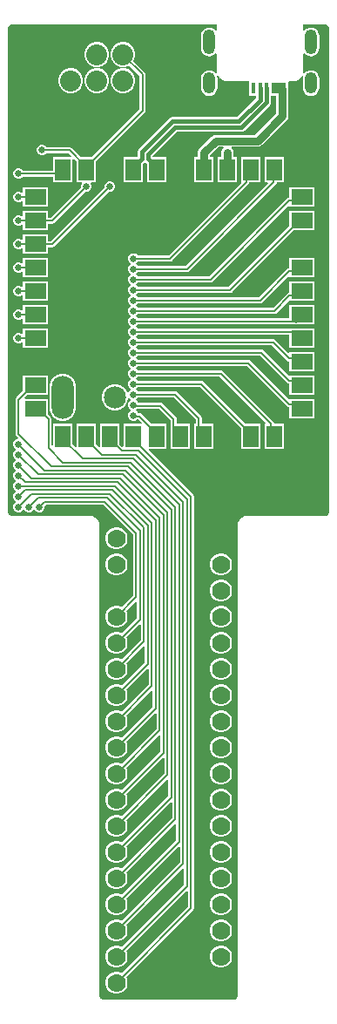
<source format=gtl>
G04*
G04 #@! TF.GenerationSoftware,Altium Limited,Altium Designer,22.4.2 (48)*
G04*
G04 Layer_Physical_Order=1*
G04 Layer_Color=255*
%FSLAX25Y25*%
%MOIN*%
G70*
G04*
G04 #@! TF.SameCoordinates,8F61AF4B-F53A-42A9-915A-93109ADE89DC*
G04*
G04*
G04 #@! TF.FilePolarity,Positive*
G04*
G01*
G75*
%ADD11C,0.01000*%
%ADD13C,0.00800*%
%ADD23R,0.06000X0.08000*%
%ADD24R,0.08000X0.06000*%
%ADD25O,0.08500X0.16000*%
%ADD26R,0.01750X0.04350*%
%ADD27C,0.01730*%
%ADD28C,0.03000*%
%ADD29R,0.05757X0.04350*%
%ADD30C,0.08500*%
%ADD31C,0.08000*%
%ADD32O,0.04724X0.08268*%
%ADD33O,0.04724X0.09449*%
%ADD34C,0.07000*%
%ADD35C,0.02500*%
G36*
X123339Y373755D02*
X123755Y373339D01*
X123980Y372795D01*
Y372500D01*
X123980Y187500D01*
Y187206D01*
X123755Y186661D01*
X123339Y186245D01*
X122794Y186020D01*
X92500D01*
X92450Y186010D01*
X92400Y186015D01*
X91912Y185967D01*
X91769Y185923D01*
X91622Y185894D01*
X90721Y185521D01*
X90390Y185300D01*
X90091Y185000D01*
X90000D01*
Y184909D01*
X89700Y184610D01*
X89479Y184279D01*
X89106Y183378D01*
X89077Y183231D01*
X89033Y183088D01*
X88985Y182600D01*
X88990Y182550D01*
X88981Y182500D01*
X88981Y2500D01*
Y2206D01*
X88755Y1661D01*
X88339Y1245D01*
X87795Y1020D01*
X37500D01*
X37205Y1020D01*
X36661Y1245D01*
X36245Y1661D01*
X36020Y2206D01*
Y2500D01*
X36020Y182500D01*
X36010Y182550D01*
X36015Y182600D01*
X35967Y183088D01*
X35923Y183231D01*
X35894Y183378D01*
X35521Y184279D01*
X35300Y184610D01*
X35000Y184909D01*
Y185000D01*
X34909D01*
X34610Y185300D01*
X34279Y185521D01*
X33378Y185894D01*
X33231Y185923D01*
X33088Y185967D01*
X32600Y186015D01*
X32550Y186010D01*
X32500Y186020D01*
X2500Y186020D01*
X2206D01*
X1661Y186245D01*
X1245Y186661D01*
X1020Y187206D01*
Y187500D01*
Y372500D01*
Y372795D01*
X1245Y373339D01*
X1661Y373755D01*
X2206Y373980D01*
X80929D01*
Y371817D01*
X80429Y371647D01*
X80231Y371905D01*
X79581Y372404D01*
X78824Y372717D01*
X78012Y372824D01*
X77199Y372717D01*
X76442Y372404D01*
X75792Y371905D01*
X75293Y371255D01*
X74980Y370497D01*
X74873Y369685D01*
Y364961D01*
X74980Y364148D01*
X75293Y363391D01*
X75792Y362741D01*
X76442Y362242D01*
X77199Y361929D01*
X78012Y361822D01*
X78824Y361929D01*
X79581Y362242D01*
X80231Y362741D01*
X80429Y362999D01*
X80929Y362829D01*
Y356186D01*
X80949Y356087D01*
Y355987D01*
X81070Y355379D01*
X81034Y355342D01*
X80373Y355382D01*
X80231Y355566D01*
X79581Y356065D01*
X78824Y356379D01*
X78012Y356486D01*
X77199Y356379D01*
X76442Y356065D01*
X75792Y355566D01*
X75293Y354916D01*
X74980Y354159D01*
X74873Y353346D01*
Y349803D01*
X74980Y348991D01*
X75293Y348234D01*
X75792Y347584D01*
X76442Y347085D01*
X77199Y346771D01*
X78012Y346664D01*
X78824Y346771D01*
X79581Y347085D01*
X80231Y347584D01*
X80730Y348234D01*
X81044Y348991D01*
X81151Y349803D01*
Y353346D01*
X81044Y354159D01*
X81015Y354229D01*
X81459Y354438D01*
X81804Y353922D01*
X81875Y353851D01*
X81931Y353767D01*
X82370Y353329D01*
X82453Y353273D01*
X82524Y353202D01*
X83040Y352857D01*
X83133Y352819D01*
X83216Y352763D01*
X83789Y352525D01*
X83888Y352506D01*
X83981Y352467D01*
X84589Y352346D01*
X84690D01*
X84788Y352327D01*
X85098D01*
X85098Y352327D01*
X93316D01*
Y346603D01*
X95843D01*
Y345769D01*
X88681Y338607D01*
X63806D01*
X63176Y338481D01*
X62642Y338124D01*
X51151Y326633D01*
X50794Y326099D01*
X50668Y325469D01*
Y323330D01*
X50588Y323250D01*
X45250D01*
Y313750D01*
X52750D01*
Y320755D01*
X53163Y321168D01*
X53500Y321466D01*
X53837Y321168D01*
X54250Y320755D01*
Y313750D01*
X61750D01*
Y323250D01*
X56412D01*
X56332Y323330D01*
Y323805D01*
X65470Y332943D01*
X90345D01*
X90975Y333069D01*
X91509Y333426D01*
X101223Y343140D01*
X101580Y343674D01*
X101706Y344304D01*
Y346557D01*
X101743Y346588D01*
X103699D01*
Y339943D01*
X95550Y331794D01*
X80500D01*
X79622Y331620D01*
X78878Y331122D01*
X74378Y326622D01*
X73881Y325878D01*
X73706Y325000D01*
Y323250D01*
X72250D01*
Y313750D01*
X79750D01*
Y323250D01*
X78294D01*
Y324050D01*
X81450Y327206D01*
X83351D01*
X83503Y326706D01*
X83378Y326622D01*
X82881Y325878D01*
X82706Y325000D01*
Y323250D01*
X81250D01*
Y313750D01*
X88750D01*
Y323250D01*
X87294D01*
Y325000D01*
X87119Y325878D01*
X86622Y326622D01*
X86497Y326706D01*
X86648Y327206D01*
X96500D01*
X97378Y327380D01*
X98122Y327878D01*
X107615Y337371D01*
X108113Y338115D01*
X108287Y338993D01*
Y349493D01*
X108265Y349606D01*
Y351703D01*
X108240Y351827D01*
X108490Y352243D01*
X108586Y352327D01*
X109901D01*
X109902Y352327D01*
X110212D01*
X110310Y352346D01*
X110411D01*
X111019Y352467D01*
X111112Y352506D01*
X111211Y352525D01*
X111784Y352763D01*
X111867Y352819D01*
X111960Y352857D01*
X112476Y353202D01*
X112547Y353273D01*
X112630Y353329D01*
X113069Y353767D01*
X113125Y353851D01*
X113196Y353922D01*
X113540Y354438D01*
X113985Y354229D01*
X113956Y354159D01*
X113849Y353346D01*
Y349803D01*
X113956Y348991D01*
X114270Y348234D01*
X114769Y347584D01*
X115419Y347085D01*
X116176Y346771D01*
X116988Y346664D01*
X117801Y346771D01*
X118558Y347085D01*
X119208Y347584D01*
X119707Y348234D01*
X120020Y348991D01*
X120127Y349803D01*
Y353346D01*
X120020Y354159D01*
X119707Y354916D01*
X119208Y355566D01*
X118558Y356065D01*
X117801Y356379D01*
X116988Y356486D01*
X116176Y356379D01*
X115419Y356065D01*
X114769Y355566D01*
X114627Y355382D01*
X113966Y355342D01*
X113930Y355379D01*
X114051Y355987D01*
Y356087D01*
X114071Y356186D01*
Y362829D01*
X114571Y362999D01*
X114769Y362741D01*
X115419Y362242D01*
X116176Y361929D01*
X116988Y361822D01*
X117801Y361929D01*
X118558Y362242D01*
X119208Y362741D01*
X119707Y363391D01*
X120020Y364148D01*
X120127Y364961D01*
Y369685D01*
X120020Y370497D01*
X119707Y371255D01*
X119208Y371905D01*
X118558Y372404D01*
X117801Y372717D01*
X116988Y372824D01*
X116176Y372717D01*
X115419Y372404D01*
X114769Y371905D01*
X114571Y371647D01*
X114071Y371817D01*
Y373980D01*
X122794D01*
X123339Y373755D01*
D02*
G37*
%LPC*%
G36*
X35625Y367250D02*
X34375D01*
X33167Y366926D01*
X32083Y366301D01*
X31199Y365417D01*
X30574Y364333D01*
X30250Y363125D01*
Y361875D01*
X30574Y360667D01*
X31199Y359583D01*
X32083Y358699D01*
X33167Y358074D01*
X34375Y357750D01*
X35625D01*
X36833Y358074D01*
X37917Y358699D01*
X38801Y359583D01*
X39426Y360667D01*
X39750Y361875D01*
Y363125D01*
X39426Y364333D01*
X38801Y365417D01*
X37917Y366301D01*
X36833Y366926D01*
X35625Y367250D01*
D02*
G37*
G36*
X45625Y357250D02*
X44375D01*
X43167Y356926D01*
X42083Y356301D01*
X41199Y355417D01*
X40574Y354333D01*
X40250Y353125D01*
Y351875D01*
X40574Y350667D01*
X41199Y349583D01*
X42083Y348699D01*
X43167Y348074D01*
X44375Y347750D01*
X45625D01*
X46833Y348074D01*
X47917Y348699D01*
X48801Y349583D01*
X49426Y350667D01*
X49750Y351875D01*
Y353125D01*
X49426Y354333D01*
X48801Y355417D01*
X47917Y356301D01*
X46833Y356926D01*
X45625Y357250D01*
D02*
G37*
G36*
X35625D02*
X34375D01*
X33167Y356926D01*
X32083Y356301D01*
X31199Y355417D01*
X30574Y354333D01*
X30250Y353125D01*
Y351875D01*
X30574Y350667D01*
X31199Y349583D01*
X32083Y348699D01*
X33167Y348074D01*
X34375Y347750D01*
X35625D01*
X36833Y348074D01*
X37917Y348699D01*
X38801Y349583D01*
X39426Y350667D01*
X39750Y351875D01*
Y353125D01*
X39426Y354333D01*
X38801Y355417D01*
X37917Y356301D01*
X36833Y356926D01*
X35625Y357250D01*
D02*
G37*
G36*
X25625D02*
X24375D01*
X23167Y356926D01*
X22083Y356301D01*
X21199Y355417D01*
X20574Y354333D01*
X20250Y353125D01*
Y351875D01*
X20574Y350667D01*
X21199Y349583D01*
X22083Y348699D01*
X23167Y348074D01*
X24375Y347750D01*
X25625D01*
X26833Y348074D01*
X27917Y348699D01*
X28801Y349583D01*
X29426Y350667D01*
X29750Y351875D01*
Y353125D01*
X29426Y354333D01*
X28801Y355417D01*
X27917Y356301D01*
X26833Y356926D01*
X25625Y357250D01*
D02*
G37*
G36*
X45625Y367250D02*
X44375D01*
X43167Y366926D01*
X42083Y366301D01*
X41199Y365417D01*
X40574Y364333D01*
X40250Y363125D01*
Y361875D01*
X40574Y360667D01*
X41199Y359583D01*
X42083Y358699D01*
X43167Y358074D01*
X44375Y357750D01*
X45625D01*
X46833Y358074D01*
X47426Y358416D01*
X51328Y354514D01*
Y341486D01*
X33092Y323250D01*
X28908D01*
X25329Y326829D01*
X24949Y327083D01*
X24500Y327172D01*
X15656D01*
X15133Y327695D01*
X14398Y328000D01*
X13602D01*
X12867Y327695D01*
X12304Y327133D01*
X12000Y326398D01*
Y325602D01*
X12304Y324867D01*
X12867Y324305D01*
X13602Y324000D01*
X14398D01*
X15133Y324305D01*
X15656Y324828D01*
X24014D01*
X25130Y323712D01*
X24938Y323250D01*
X18250D01*
Y318173D01*
X6656D01*
X6133Y318695D01*
X5398Y319000D01*
X4602D01*
X3867Y318695D01*
X3305Y318133D01*
X3000Y317398D01*
Y316602D01*
X3305Y315867D01*
X3867Y315304D01*
X4602Y315000D01*
X5398D01*
X6133Y315304D01*
X6656Y315827D01*
X18250D01*
Y313750D01*
X25750D01*
Y322439D01*
X26212Y322630D01*
X27250Y321592D01*
Y313750D01*
X29215D01*
X29422Y313250D01*
X29305Y313133D01*
X29000Y312398D01*
Y311658D01*
X17514Y300172D01*
X16250D01*
Y302750D01*
X6750D01*
Y300785D01*
X6250Y300578D01*
X6133Y300695D01*
X5398Y301000D01*
X4602D01*
X3867Y300695D01*
X3305Y300133D01*
X3000Y299398D01*
Y298602D01*
X3305Y297867D01*
X3867Y297305D01*
X4602Y297000D01*
X5398D01*
X6133Y297305D01*
X6250Y297422D01*
X6750Y297215D01*
Y295250D01*
X16250D01*
Y297828D01*
X18000D01*
X18449Y297917D01*
X18829Y298171D01*
X30658Y310000D01*
X31398D01*
X32133Y310304D01*
X32695Y310867D01*
X33000Y311602D01*
Y312398D01*
X32695Y313133D01*
X32578Y313250D01*
X32785Y313750D01*
X34750D01*
Y321592D01*
X53329Y340171D01*
X53583Y340551D01*
X53672Y341000D01*
Y355000D01*
X53583Y355449D01*
X53329Y355829D01*
X49084Y360074D01*
X49426Y360667D01*
X49750Y361875D01*
Y363125D01*
X49426Y364333D01*
X48801Y365417D01*
X47917Y366301D01*
X46833Y366926D01*
X45625Y367250D01*
D02*
G37*
G36*
X16250Y311750D02*
X6750D01*
Y309786D01*
X6250Y309578D01*
X6133Y309696D01*
X5398Y310000D01*
X4602D01*
X3867Y309696D01*
X3305Y309133D01*
X3000Y308398D01*
Y307602D01*
X3305Y306867D01*
X3867Y306305D01*
X4602Y306000D01*
X5398D01*
X6133Y306305D01*
X6250Y306422D01*
X6750Y306214D01*
Y304250D01*
X16250D01*
Y311750D01*
D02*
G37*
G36*
X40398Y314000D02*
X39602D01*
X38867Y313696D01*
X38304Y313133D01*
X38000Y312398D01*
Y311658D01*
X17514Y291173D01*
X16250D01*
Y293750D01*
X6750D01*
Y291786D01*
X6250Y291578D01*
X6133Y291695D01*
X5398Y292000D01*
X4602D01*
X3867Y291695D01*
X3305Y291133D01*
X3000Y290398D01*
Y289602D01*
X3305Y288867D01*
X3867Y288304D01*
X4602Y288000D01*
X5398D01*
X6133Y288304D01*
X6250Y288422D01*
X6750Y288214D01*
Y286250D01*
X16250D01*
Y288827D01*
X18000D01*
X18449Y288917D01*
X18829Y289171D01*
X39658Y310000D01*
X40398D01*
X41133Y310304D01*
X41695Y310867D01*
X42000Y311602D01*
Y312398D01*
X41695Y313133D01*
X41133Y313696D01*
X40398Y314000D01*
D02*
G37*
G36*
X16250Y284750D02*
X6750D01*
Y282786D01*
X6250Y282578D01*
X6133Y282696D01*
X5398Y283000D01*
X4602D01*
X3867Y282696D01*
X3305Y282133D01*
X3000Y281398D01*
Y280602D01*
X3305Y279867D01*
X3867Y279305D01*
X4602Y279000D01*
X5398D01*
X6133Y279305D01*
X6250Y279422D01*
X6750Y279215D01*
Y277250D01*
X16250D01*
Y284750D01*
D02*
G37*
G36*
X106750Y323250D02*
X99250D01*
Y313750D01*
X100438D01*
X100630Y313288D01*
X69014Y281673D01*
X50656D01*
X50133Y282195D01*
X50001Y282250D01*
Y282750D01*
X50133Y282804D01*
X50656Y283328D01*
X63000D01*
X63449Y283417D01*
X63829Y283671D01*
X93098Y312940D01*
X93352Y313320D01*
X93437Y313750D01*
X97750D01*
Y323250D01*
X90250D01*
Y313750D01*
X90250Y313750D01*
X90250D01*
X90126Y313284D01*
X62514Y285672D01*
X50656D01*
X50133Y286195D01*
X49398Y286500D01*
X48602D01*
X47867Y286195D01*
X47304Y285633D01*
X47000Y284898D01*
Y284102D01*
X47304Y283367D01*
X47867Y282804D01*
X47999Y282750D01*
Y282250D01*
X47867Y282195D01*
X47304Y281633D01*
X47000Y280898D01*
Y280102D01*
X47304Y279367D01*
X47867Y278804D01*
X47999Y278750D01*
Y278250D01*
X47867Y278196D01*
X47304Y277633D01*
X47000Y276898D01*
Y276102D01*
X47304Y275367D01*
X47867Y274804D01*
X47999Y274750D01*
Y274250D01*
X47867Y274196D01*
X47304Y273633D01*
X47000Y272898D01*
Y272102D01*
X47304Y271367D01*
X47867Y270805D01*
X47999Y270750D01*
Y270250D01*
X47867Y270196D01*
X47304Y269633D01*
X47000Y268898D01*
Y268102D01*
X47304Y267367D01*
X47867Y266805D01*
X47999Y266750D01*
Y266250D01*
X47867Y266196D01*
X47304Y265633D01*
X47000Y264898D01*
Y264102D01*
X47304Y263367D01*
X47867Y262805D01*
X47999Y262750D01*
Y262250D01*
X47867Y262195D01*
X47304Y261633D01*
X47000Y260898D01*
Y260102D01*
X47304Y259367D01*
X47867Y258804D01*
X47999Y258750D01*
Y258250D01*
X47867Y258195D01*
X47304Y257633D01*
X47000Y256898D01*
Y256102D01*
X47304Y255367D01*
X47867Y254804D01*
X47999Y254750D01*
Y254250D01*
X47867Y254195D01*
X47304Y253633D01*
X47000Y252898D01*
Y252102D01*
X47304Y251367D01*
X47867Y250804D01*
X47999Y250750D01*
Y250250D01*
X47867Y250196D01*
X47304Y249633D01*
X47000Y248898D01*
Y248102D01*
X47304Y247367D01*
X47867Y246804D01*
X47999Y246750D01*
Y246250D01*
X47867Y246196D01*
X47304Y245633D01*
X47000Y244898D01*
Y244102D01*
X47304Y243367D01*
X47867Y242805D01*
X47999Y242750D01*
Y242250D01*
X47867Y242196D01*
X47304Y241633D01*
X47000Y240898D01*
Y240102D01*
X47304Y239367D01*
X47867Y238805D01*
X47999Y238750D01*
Y238250D01*
X47867Y238195D01*
X47304Y237633D01*
X47000Y236898D01*
Y236102D01*
X47304Y235367D01*
X47867Y234805D01*
X47999Y234750D01*
Y234250D01*
X47867Y234195D01*
X47304Y233633D01*
X47194Y233366D01*
X46667Y233401D01*
X46659Y233430D01*
X46001Y234570D01*
X45070Y235501D01*
X43930Y236159D01*
X42658Y236500D01*
X41342D01*
X40070Y236159D01*
X38930Y235501D01*
X37999Y234570D01*
X37341Y233430D01*
X37000Y232158D01*
Y230842D01*
X37341Y229570D01*
X37999Y228430D01*
X38930Y227499D01*
X40070Y226841D01*
X41342Y226500D01*
X42658D01*
X43930Y226841D01*
X45070Y227499D01*
X46001Y228430D01*
X46659Y229570D01*
X47000Y230842D01*
Y230964D01*
X47500Y231172D01*
X47867Y230804D01*
X47999Y230750D01*
Y230250D01*
X47867Y230195D01*
X47304Y229633D01*
X47000Y228898D01*
Y228102D01*
X47304Y227367D01*
X47867Y226804D01*
X47999Y226750D01*
Y226250D01*
X47867Y226196D01*
X47304Y225633D01*
X47000Y224898D01*
Y224102D01*
X47304Y223367D01*
X47867Y222804D01*
X48602Y222500D01*
X49398D01*
X50133Y222804D01*
X50331Y223002D01*
X50840D01*
X52130Y221712D01*
X51938Y221250D01*
X45250D01*
Y212615D01*
X44750Y212408D01*
X43750Y213408D01*
Y221250D01*
X36250D01*
Y212561D01*
X35788Y212370D01*
X34750Y213408D01*
Y221250D01*
X27250D01*
Y212561D01*
X26788Y212370D01*
X25750Y213408D01*
Y221250D01*
X18250D01*
Y213079D01*
X17750Y212812D01*
X17673Y212863D01*
Y223000D01*
X17583Y223449D01*
X17329Y223829D01*
X16250Y224908D01*
Y230750D01*
X7562D01*
X7370Y231212D01*
X8408Y232250D01*
X16250D01*
Y239750D01*
X6750D01*
Y233908D01*
X4171Y231329D01*
X3917Y230949D01*
X3827Y230500D01*
Y217500D01*
X3917Y217051D01*
X4171Y216671D01*
X4880Y215962D01*
X4688Y215500D01*
X4602D01*
X3867Y215195D01*
X3305Y214633D01*
X3000Y213898D01*
Y213102D01*
X3305Y212367D01*
X3867Y211805D01*
X3999Y211750D01*
Y211250D01*
X3867Y211195D01*
X3305Y210633D01*
X3000Y209898D01*
Y209102D01*
X3305Y208367D01*
X3867Y207804D01*
X3999Y207750D01*
Y207250D01*
X3867Y207195D01*
X3305Y206633D01*
X3000Y205898D01*
Y205102D01*
X3305Y204367D01*
X3867Y203804D01*
X3999Y203750D01*
Y203250D01*
X3867Y203196D01*
X3305Y202633D01*
X3000Y201898D01*
Y201102D01*
X3305Y200367D01*
X3867Y199804D01*
X3999Y199750D01*
Y199250D01*
X3867Y199196D01*
X3305Y198633D01*
X3000Y197898D01*
Y197102D01*
X3305Y196367D01*
X3867Y195805D01*
X3999Y195750D01*
Y195250D01*
X3867Y195195D01*
X3305Y194633D01*
X3000Y193898D01*
Y193102D01*
X3305Y192367D01*
X3867Y191805D01*
X3999Y191750D01*
Y191250D01*
X3867Y191195D01*
X3305Y190633D01*
X3000Y189898D01*
Y189102D01*
X3305Y188367D01*
X3867Y187804D01*
X4602Y187500D01*
X5398D01*
X6133Y187804D01*
X6696Y188367D01*
X6750Y188499D01*
X7250D01*
X7305Y188367D01*
X7867Y187804D01*
X8602Y187500D01*
X9398D01*
X10133Y187804D01*
X10695Y188367D01*
X10750Y188499D01*
X11250D01*
X11304Y188367D01*
X11867Y187804D01*
X12602Y187500D01*
X13398D01*
X14133Y187804D01*
X14695Y188367D01*
X15000Y189102D01*
Y189842D01*
X15486Y190328D01*
X37514D01*
X48827Y179014D01*
Y155486D01*
X44560Y151218D01*
X44140Y151460D01*
X43060Y151750D01*
X41941D01*
X40860Y151460D01*
X39890Y150901D01*
X39099Y150110D01*
X38540Y149140D01*
X38250Y148059D01*
Y146941D01*
X38540Y145860D01*
X39099Y144890D01*
X39890Y144099D01*
X40860Y143540D01*
X41941Y143250D01*
X43060D01*
X44140Y143540D01*
X45110Y144099D01*
X45901Y144890D01*
X46460Y145860D01*
X46750Y146941D01*
Y148059D01*
X46460Y149140D01*
X46218Y149560D01*
X49865Y153207D01*
X50327Y153016D01*
Y146986D01*
X44560Y141218D01*
X44140Y141460D01*
X43060Y141750D01*
X41941D01*
X40860Y141460D01*
X39890Y140901D01*
X39099Y140110D01*
X38540Y139140D01*
X38250Y138059D01*
Y136941D01*
X38540Y135860D01*
X39099Y134890D01*
X39890Y134099D01*
X40860Y133540D01*
X41941Y133250D01*
X43060D01*
X44140Y133540D01*
X45110Y134099D01*
X45901Y134890D01*
X46460Y135860D01*
X46750Y136941D01*
Y138059D01*
X46460Y139140D01*
X46218Y139560D01*
X51366Y144707D01*
X51828Y144516D01*
Y138486D01*
X44560Y131218D01*
X44140Y131460D01*
X43060Y131750D01*
X41941D01*
X40860Y131460D01*
X39890Y130901D01*
X39099Y130110D01*
X38540Y129140D01*
X38250Y128059D01*
Y126941D01*
X38540Y125860D01*
X39099Y124890D01*
X39890Y124099D01*
X40860Y123540D01*
X41941Y123250D01*
X43060D01*
X44140Y123540D01*
X45110Y124099D01*
X45901Y124890D01*
X46460Y125860D01*
X46750Y126941D01*
Y128059D01*
X46460Y129140D01*
X46218Y129560D01*
X52865Y136207D01*
X53328Y136016D01*
Y129986D01*
X44560Y121218D01*
X44140Y121460D01*
X43060Y121750D01*
X41941D01*
X40860Y121460D01*
X39890Y120901D01*
X39099Y120110D01*
X38540Y119140D01*
X38250Y118060D01*
Y116940D01*
X38540Y115860D01*
X39099Y114890D01*
X39890Y114099D01*
X40860Y113540D01*
X41941Y113250D01*
X43060D01*
X44140Y113540D01*
X45110Y114099D01*
X45901Y114890D01*
X46460Y115860D01*
X46750Y116940D01*
Y118060D01*
X46460Y119140D01*
X46218Y119560D01*
X54365Y127707D01*
X54827Y127516D01*
Y121486D01*
X44560Y111218D01*
X44140Y111460D01*
X43060Y111750D01*
X41941D01*
X40860Y111460D01*
X39890Y110901D01*
X39099Y110110D01*
X38540Y109140D01*
X38250Y108060D01*
Y106940D01*
X38540Y105860D01*
X39099Y104890D01*
X39890Y104099D01*
X40860Y103540D01*
X41941Y103250D01*
X43060D01*
X44140Y103540D01*
X45110Y104099D01*
X45901Y104890D01*
X46460Y105860D01*
X46750Y106940D01*
Y108060D01*
X46460Y109140D01*
X46218Y109560D01*
X55866Y119207D01*
X56327Y119016D01*
Y112986D01*
X44560Y101218D01*
X44140Y101460D01*
X43060Y101750D01*
X41941D01*
X40860Y101460D01*
X39890Y100901D01*
X39099Y100110D01*
X38540Y99140D01*
X38250Y98059D01*
Y96940D01*
X38540Y95860D01*
X39099Y94890D01*
X39890Y94099D01*
X40860Y93540D01*
X41941Y93250D01*
X43060D01*
X44140Y93540D01*
X45110Y94099D01*
X45901Y94890D01*
X46460Y95860D01*
X46750Y96940D01*
Y98059D01*
X46460Y99140D01*
X46218Y99560D01*
X57366Y110707D01*
X57828Y110516D01*
Y104486D01*
X44560Y91218D01*
X44140Y91460D01*
X43060Y91750D01*
X41941D01*
X40860Y91460D01*
X39890Y90901D01*
X39099Y90110D01*
X38540Y89140D01*
X38250Y88060D01*
Y86940D01*
X38540Y85860D01*
X39099Y84890D01*
X39890Y84099D01*
X40860Y83540D01*
X41941Y83250D01*
X43060D01*
X44140Y83540D01*
X45110Y84099D01*
X45901Y84890D01*
X46460Y85860D01*
X46750Y86940D01*
Y88060D01*
X46460Y89140D01*
X46218Y89560D01*
X58865Y102207D01*
X59328Y102016D01*
Y95986D01*
X44560Y81218D01*
X44140Y81460D01*
X43060Y81750D01*
X41941D01*
X40860Y81460D01*
X39890Y80901D01*
X39099Y80110D01*
X38540Y79140D01*
X38250Y78060D01*
Y76941D01*
X38540Y75860D01*
X39099Y74890D01*
X39890Y74099D01*
X40860Y73540D01*
X41941Y73250D01*
X43060D01*
X44140Y73540D01*
X45110Y74099D01*
X45901Y74890D01*
X46460Y75860D01*
X46750Y76941D01*
Y78060D01*
X46460Y79140D01*
X46218Y79560D01*
X60365Y93707D01*
X60827Y93516D01*
Y87486D01*
X44560Y71218D01*
X44140Y71460D01*
X43060Y71750D01*
X41941D01*
X40860Y71460D01*
X39890Y70901D01*
X39099Y70110D01*
X38540Y69140D01*
X38250Y68059D01*
Y66940D01*
X38540Y65860D01*
X39099Y64890D01*
X39890Y64099D01*
X40860Y63540D01*
X41941Y63250D01*
X43060D01*
X44140Y63540D01*
X45110Y64099D01*
X45901Y64890D01*
X46460Y65860D01*
X46750Y66940D01*
Y68059D01*
X46460Y69140D01*
X46218Y69560D01*
X61866Y85207D01*
X62327Y85016D01*
Y78986D01*
X44560Y61218D01*
X44140Y61460D01*
X43060Y61750D01*
X41941D01*
X40860Y61460D01*
X39890Y60901D01*
X39099Y60110D01*
X38540Y59140D01*
X38250Y58060D01*
Y56941D01*
X38540Y55860D01*
X39099Y54890D01*
X39890Y54099D01*
X40860Y53540D01*
X41941Y53250D01*
X43060D01*
X44140Y53540D01*
X45110Y54099D01*
X45901Y54890D01*
X46460Y55860D01*
X46750Y56941D01*
Y58060D01*
X46460Y59140D01*
X46218Y59560D01*
X63366Y76707D01*
X63827Y76516D01*
Y70486D01*
X44560Y51218D01*
X44140Y51460D01*
X43060Y51750D01*
X41941D01*
X40860Y51460D01*
X39890Y50901D01*
X39099Y50110D01*
X38540Y49140D01*
X38250Y48059D01*
Y46940D01*
X38540Y45860D01*
X39099Y44890D01*
X39890Y44099D01*
X40860Y43540D01*
X41941Y43250D01*
X43060D01*
X44140Y43540D01*
X45110Y44099D01*
X45901Y44890D01*
X46460Y45860D01*
X46750Y46940D01*
Y48059D01*
X46460Y49140D01*
X46218Y49560D01*
X64865Y68207D01*
X65328Y68016D01*
Y61986D01*
X44560Y41218D01*
X44140Y41460D01*
X43060Y41750D01*
X41941D01*
X40860Y41460D01*
X39890Y40901D01*
X39099Y40110D01*
X38540Y39140D01*
X38250Y38059D01*
Y36941D01*
X38540Y35860D01*
X39099Y34890D01*
X39890Y34099D01*
X40860Y33540D01*
X41941Y33250D01*
X43060D01*
X44140Y33540D01*
X45110Y34099D01*
X45901Y34890D01*
X46460Y35860D01*
X46750Y36941D01*
Y38059D01*
X46460Y39140D01*
X46218Y39560D01*
X66365Y59707D01*
X66827Y59516D01*
Y53486D01*
X44560Y31218D01*
X44140Y31460D01*
X43060Y31750D01*
X41941D01*
X40860Y31460D01*
X39890Y30901D01*
X39099Y30110D01*
X38540Y29140D01*
X38250Y28060D01*
Y26941D01*
X38540Y25860D01*
X39099Y24890D01*
X39890Y24099D01*
X40860Y23540D01*
X41941Y23250D01*
X43060D01*
X44140Y23540D01*
X45110Y24099D01*
X45901Y24890D01*
X46460Y25860D01*
X46750Y26941D01*
Y28060D01*
X46460Y29140D01*
X46218Y29560D01*
X67866Y51207D01*
X68327Y51016D01*
Y44986D01*
X44560Y21218D01*
X44140Y21460D01*
X43060Y21750D01*
X41941D01*
X40860Y21460D01*
X39890Y20901D01*
X39099Y20110D01*
X38540Y19140D01*
X38250Y18059D01*
Y16940D01*
X38540Y15860D01*
X39099Y14890D01*
X39890Y14099D01*
X40860Y13540D01*
X41941Y13250D01*
X43060D01*
X44140Y13540D01*
X45110Y14099D01*
X45901Y14890D01*
X46460Y15860D01*
X46750Y16940D01*
Y18059D01*
X46460Y19140D01*
X46218Y19560D01*
X69366Y42707D01*
X69827Y42516D01*
Y36486D01*
X44560Y11218D01*
X44140Y11460D01*
X43060Y11750D01*
X41941D01*
X40860Y11460D01*
X39890Y10901D01*
X39099Y10110D01*
X38540Y9140D01*
X38250Y8060D01*
Y6940D01*
X38540Y5860D01*
X39099Y4890D01*
X39890Y4099D01*
X40860Y3540D01*
X41941Y3250D01*
X43060D01*
X44140Y3540D01*
X45110Y4099D01*
X45901Y4890D01*
X46460Y5860D01*
X46750Y6940D01*
Y8060D01*
X46460Y9140D01*
X46218Y9560D01*
X71829Y35171D01*
X72083Y35551D01*
X72172Y36000D01*
Y193500D01*
X72083Y193949D01*
X71829Y194329D01*
X54870Y211288D01*
X55062Y211750D01*
X61750D01*
Y221250D01*
X55908D01*
X52154Y225004D01*
X51774Y225258D01*
X51325Y225347D01*
X50814D01*
X50696Y225633D01*
X50133Y226195D01*
X50133Y226198D01*
X50081Y226712D01*
X50397Y227002D01*
X58840D01*
X63227Y222614D01*
Y219100D01*
X63250Y218987D01*
Y211750D01*
X70750D01*
Y221250D01*
X65573D01*
Y223100D01*
X65483Y223549D01*
X65229Y223929D01*
X60154Y229004D01*
X59774Y229258D01*
X59325Y229347D01*
X50814D01*
X50696Y229633D01*
X50133Y230195D01*
X50001Y230250D01*
Y230750D01*
X50133Y230804D01*
X50656Y231328D01*
X64514D01*
X72828Y223014D01*
Y221250D01*
X72250D01*
Y211750D01*
X79750D01*
Y221250D01*
X75173D01*
Y223500D01*
X75083Y223949D01*
X74829Y224329D01*
X65829Y233329D01*
X65449Y233583D01*
X65000Y233672D01*
X50656D01*
X50133Y234195D01*
X50001Y234250D01*
Y234750D01*
X50133Y234805D01*
X50656Y235328D01*
X74514D01*
X90250Y219592D01*
Y211750D01*
X97750D01*
Y221250D01*
X91908D01*
X75829Y237329D01*
X75449Y237583D01*
X75000Y237672D01*
X50656D01*
X50133Y238195D01*
X50001Y238250D01*
Y238750D01*
X50133Y238805D01*
X50656Y239328D01*
X82014D01*
X99630Y221712D01*
X99439Y221250D01*
X99250D01*
Y211750D01*
X106750D01*
Y221250D01*
X102937D01*
X102852Y221680D01*
X102598Y222060D01*
X83329Y241329D01*
X82949Y241583D01*
X82500Y241672D01*
X50656D01*
X50133Y242196D01*
X50001Y242250D01*
Y242750D01*
X50133Y242805D01*
X50656Y243327D01*
X92514D01*
X107940Y227902D01*
X108320Y227648D01*
X108750Y227563D01*
Y223250D01*
X118250D01*
Y230750D01*
X108750D01*
X108750Y230750D01*
Y230750D01*
X108284Y230874D01*
X93829Y245329D01*
X93449Y245583D01*
X93000Y245672D01*
X50656D01*
X50133Y246196D01*
X50001Y246250D01*
Y246750D01*
X50133Y246804D01*
X50656Y247327D01*
X97514D01*
X107940Y236902D01*
X108320Y236648D01*
X108750Y236563D01*
Y232250D01*
X118250D01*
Y239750D01*
X108750D01*
X108750Y239750D01*
Y239750D01*
X108284Y239874D01*
X98829Y249329D01*
X98449Y249583D01*
X98000Y249673D01*
X50656D01*
X50133Y250196D01*
X50001Y250250D01*
Y250750D01*
X50133Y250804D01*
X50656Y251327D01*
X102014D01*
X107940Y245402D01*
X108320Y245148D01*
X108750Y245063D01*
Y241250D01*
X118250D01*
Y248750D01*
X108750D01*
Y248562D01*
X108288Y248370D01*
X103329Y253329D01*
X102949Y253583D01*
X102500Y253673D01*
X50656D01*
X50133Y254195D01*
X50001Y254250D01*
Y254750D01*
X50133Y254804D01*
X50656Y255328D01*
X108750D01*
Y250250D01*
X118250D01*
Y257750D01*
X108750D01*
Y257673D01*
X50656D01*
X50133Y258195D01*
X50001Y258250D01*
Y258750D01*
X50133Y258804D01*
X50656Y259328D01*
X108750D01*
Y259250D01*
X110877D01*
X111000Y259226D01*
X111123Y259250D01*
X118250D01*
Y266750D01*
X108750D01*
Y261672D01*
X50656D01*
X50133Y262195D01*
X50001Y262250D01*
Y262750D01*
X50133Y262805D01*
X50656Y263328D01*
X103000D01*
X103449Y263417D01*
X103829Y263671D01*
X108279Y268121D01*
X108750Y268250D01*
Y268250D01*
X108750Y268250D01*
X118250D01*
Y275750D01*
X108750D01*
Y271437D01*
X108320Y271352D01*
X107940Y271098D01*
X102514Y265672D01*
X50656D01*
X50133Y266196D01*
X50001Y266250D01*
Y266750D01*
X50133Y266805D01*
X50656Y267327D01*
X97500D01*
X97949Y267417D01*
X98329Y267671D01*
X108288Y277630D01*
X108750Y277438D01*
Y277250D01*
X118250D01*
Y284750D01*
X108750D01*
Y280937D01*
X108320Y280852D01*
X107940Y280598D01*
X97014Y269672D01*
X50656D01*
X50133Y270196D01*
X50001Y270250D01*
Y270750D01*
X50133Y270805D01*
X50656Y271327D01*
X86000D01*
X86449Y271417D01*
X86829Y271671D01*
X110408Y295250D01*
X118250D01*
Y302750D01*
X108750D01*
Y296908D01*
X85514Y273673D01*
X50656D01*
X50133Y274196D01*
X50001Y274250D01*
Y274750D01*
X50133Y274804D01*
X50656Y275327D01*
X78500D01*
X78949Y275417D01*
X79329Y275671D01*
X108288Y304630D01*
X108750Y304438D01*
Y304250D01*
X118250D01*
Y311750D01*
X108750D01*
Y307937D01*
X108320Y307852D01*
X107940Y307598D01*
X78014Y277673D01*
X50656D01*
X50133Y278196D01*
X50001Y278250D01*
Y278750D01*
X50133Y278804D01*
X50656Y279328D01*
X69500D01*
X69949Y279417D01*
X70329Y279671D01*
X103598Y312940D01*
X103852Y313320D01*
X103937Y313750D01*
X106750D01*
Y323250D01*
D02*
G37*
G36*
X16250Y275750D02*
X6750D01*
Y273785D01*
X6250Y273578D01*
X6133Y273695D01*
X5398Y274000D01*
X4602D01*
X3867Y273695D01*
X3305Y273133D01*
X3000Y272398D01*
Y271602D01*
X3305Y270867D01*
X3867Y270304D01*
X4602Y270000D01*
X5398D01*
X6133Y270304D01*
X6250Y270422D01*
X6750Y270215D01*
Y268250D01*
X16250D01*
Y275750D01*
D02*
G37*
G36*
Y266750D02*
X6750D01*
Y264786D01*
X6250Y264578D01*
X6133Y264696D01*
X5398Y265000D01*
X4602D01*
X3867Y264696D01*
X3305Y264133D01*
X3000Y263398D01*
Y262602D01*
X3305Y261867D01*
X3867Y261304D01*
X4602Y261000D01*
X5398D01*
X6133Y261304D01*
X6250Y261422D01*
X6750Y261214D01*
Y259250D01*
X16250D01*
Y266750D01*
D02*
G37*
G36*
Y257750D02*
X6750D01*
Y255785D01*
X6250Y255578D01*
X6133Y255696D01*
X5398Y256000D01*
X4602D01*
X3867Y255696D01*
X3305Y255133D01*
X3000Y254398D01*
Y253602D01*
X3305Y252867D01*
X3867Y252305D01*
X4602Y252000D01*
X5398D01*
X6133Y252305D01*
X6250Y252422D01*
X6750Y252215D01*
Y250250D01*
X16250D01*
Y257750D01*
D02*
G37*
G36*
X22658Y240500D02*
X21342D01*
X20070Y240159D01*
X18930Y239501D01*
X17999Y238570D01*
X17341Y237430D01*
X17000Y236158D01*
Y235578D01*
X16957Y235250D01*
Y227750D01*
X17000Y227422D01*
Y226842D01*
X17341Y225570D01*
X17999Y224430D01*
X18930Y223499D01*
X20070Y222841D01*
X21342Y222500D01*
X22658D01*
X23930Y222841D01*
X25070Y223499D01*
X26001Y224430D01*
X26659Y225570D01*
X27000Y226842D01*
Y227422D01*
X27043Y227750D01*
Y235250D01*
X27000Y235578D01*
Y236158D01*
X26659Y237430D01*
X26001Y238570D01*
X25070Y239501D01*
X23930Y240159D01*
X22658Y240500D01*
D02*
G37*
G36*
X43060Y181750D02*
X41941D01*
X40860Y181460D01*
X39890Y180901D01*
X39099Y180110D01*
X38540Y179140D01*
X38250Y178059D01*
Y176941D01*
X38540Y175860D01*
X39099Y174890D01*
X39890Y174099D01*
X40860Y173540D01*
X41941Y173250D01*
X43060D01*
X44140Y173540D01*
X45110Y174099D01*
X45901Y174890D01*
X46460Y175860D01*
X46750Y176941D01*
Y178059D01*
X46460Y179140D01*
X45901Y180110D01*
X45110Y180901D01*
X44140Y181460D01*
X43060Y181750D01*
D02*
G37*
G36*
X83060Y171750D02*
X81941D01*
X80860Y171460D01*
X79890Y170901D01*
X79099Y170110D01*
X78540Y169140D01*
X78250Y168060D01*
Y166940D01*
X78540Y165860D01*
X79099Y164890D01*
X79890Y164099D01*
X80860Y163540D01*
X81941Y163250D01*
X83060D01*
X84140Y163540D01*
X85110Y164099D01*
X85901Y164890D01*
X86460Y165860D01*
X86750Y166940D01*
Y168060D01*
X86460Y169140D01*
X85901Y170110D01*
X85110Y170901D01*
X84140Y171460D01*
X83060Y171750D01*
D02*
G37*
G36*
X43060D02*
X41941D01*
X40860Y171460D01*
X39890Y170901D01*
X39099Y170110D01*
X38540Y169140D01*
X38250Y168060D01*
Y166940D01*
X38540Y165860D01*
X39099Y164890D01*
X39890Y164099D01*
X40860Y163540D01*
X41941Y163250D01*
X43060D01*
X44140Y163540D01*
X45110Y164099D01*
X45901Y164890D01*
X46460Y165860D01*
X46750Y166940D01*
Y168060D01*
X46460Y169140D01*
X45901Y170110D01*
X45110Y170901D01*
X44140Y171460D01*
X43060Y171750D01*
D02*
G37*
G36*
X83060Y161750D02*
X81941D01*
X80860Y161460D01*
X79890Y160901D01*
X79099Y160110D01*
X78540Y159140D01*
X78250Y158060D01*
Y156940D01*
X78540Y155860D01*
X79099Y154890D01*
X79890Y154099D01*
X80860Y153540D01*
X81941Y153250D01*
X83060D01*
X84140Y153540D01*
X85110Y154099D01*
X85901Y154890D01*
X86460Y155860D01*
X86750Y156940D01*
Y158060D01*
X86460Y159140D01*
X85901Y160110D01*
X85110Y160901D01*
X84140Y161460D01*
X83060Y161750D01*
D02*
G37*
G36*
Y151750D02*
X81941D01*
X80860Y151460D01*
X79890Y150901D01*
X79099Y150110D01*
X78540Y149140D01*
X78250Y148059D01*
Y146941D01*
X78540Y145860D01*
X79099Y144890D01*
X79890Y144099D01*
X80860Y143540D01*
X81941Y143250D01*
X83060D01*
X84140Y143540D01*
X85110Y144099D01*
X85901Y144890D01*
X86460Y145860D01*
X86750Y146941D01*
Y148059D01*
X86460Y149140D01*
X85901Y150110D01*
X85110Y150901D01*
X84140Y151460D01*
X83060Y151750D01*
D02*
G37*
G36*
Y141750D02*
X81941D01*
X80860Y141460D01*
X79890Y140901D01*
X79099Y140110D01*
X78540Y139140D01*
X78250Y138059D01*
Y136941D01*
X78540Y135860D01*
X79099Y134890D01*
X79890Y134099D01*
X80860Y133540D01*
X81941Y133250D01*
X83060D01*
X84140Y133540D01*
X85110Y134099D01*
X85901Y134890D01*
X86460Y135860D01*
X86750Y136941D01*
Y138059D01*
X86460Y139140D01*
X85901Y140110D01*
X85110Y140901D01*
X84140Y141460D01*
X83060Y141750D01*
D02*
G37*
G36*
Y131750D02*
X81941D01*
X80860Y131460D01*
X79890Y130901D01*
X79099Y130110D01*
X78540Y129140D01*
X78250Y128059D01*
Y126941D01*
X78540Y125860D01*
X79099Y124890D01*
X79890Y124099D01*
X80860Y123540D01*
X81941Y123250D01*
X83060D01*
X84140Y123540D01*
X85110Y124099D01*
X85901Y124890D01*
X86460Y125860D01*
X86750Y126941D01*
Y128059D01*
X86460Y129140D01*
X85901Y130110D01*
X85110Y130901D01*
X84140Y131460D01*
X83060Y131750D01*
D02*
G37*
G36*
Y121750D02*
X81941D01*
X80860Y121460D01*
X79890Y120901D01*
X79099Y120110D01*
X78540Y119140D01*
X78250Y118060D01*
Y116940D01*
X78540Y115860D01*
X79099Y114890D01*
X79890Y114099D01*
X80860Y113540D01*
X81941Y113250D01*
X83060D01*
X84140Y113540D01*
X85110Y114099D01*
X85901Y114890D01*
X86460Y115860D01*
X86750Y116940D01*
Y118060D01*
X86460Y119140D01*
X85901Y120110D01*
X85110Y120901D01*
X84140Y121460D01*
X83060Y121750D01*
D02*
G37*
G36*
Y111750D02*
X81941D01*
X80860Y111460D01*
X79890Y110901D01*
X79099Y110110D01*
X78540Y109140D01*
X78250Y108060D01*
Y106940D01*
X78540Y105860D01*
X79099Y104890D01*
X79890Y104099D01*
X80860Y103540D01*
X81941Y103250D01*
X83060D01*
X84140Y103540D01*
X85110Y104099D01*
X85901Y104890D01*
X86460Y105860D01*
X86750Y106940D01*
Y108060D01*
X86460Y109140D01*
X85901Y110110D01*
X85110Y110901D01*
X84140Y111460D01*
X83060Y111750D01*
D02*
G37*
G36*
Y101750D02*
X81941D01*
X80860Y101460D01*
X79890Y100901D01*
X79099Y100110D01*
X78540Y99140D01*
X78250Y98059D01*
Y96940D01*
X78540Y95860D01*
X79099Y94890D01*
X79890Y94099D01*
X80860Y93540D01*
X81941Y93250D01*
X83060D01*
X84140Y93540D01*
X85110Y94099D01*
X85901Y94890D01*
X86460Y95860D01*
X86750Y96940D01*
Y98059D01*
X86460Y99140D01*
X85901Y100110D01*
X85110Y100901D01*
X84140Y101460D01*
X83060Y101750D01*
D02*
G37*
G36*
Y91750D02*
X81941D01*
X80860Y91460D01*
X79890Y90901D01*
X79099Y90110D01*
X78540Y89140D01*
X78250Y88060D01*
Y86940D01*
X78540Y85860D01*
X79099Y84890D01*
X79890Y84099D01*
X80860Y83540D01*
X81941Y83250D01*
X83060D01*
X84140Y83540D01*
X85110Y84099D01*
X85901Y84890D01*
X86460Y85860D01*
X86750Y86940D01*
Y88060D01*
X86460Y89140D01*
X85901Y90110D01*
X85110Y90901D01*
X84140Y91460D01*
X83060Y91750D01*
D02*
G37*
G36*
Y81750D02*
X81941D01*
X80860Y81460D01*
X79890Y80901D01*
X79099Y80110D01*
X78540Y79140D01*
X78250Y78060D01*
Y76941D01*
X78540Y75860D01*
X79099Y74890D01*
X79890Y74099D01*
X80860Y73540D01*
X81941Y73250D01*
X83060D01*
X84140Y73540D01*
X85110Y74099D01*
X85901Y74890D01*
X86460Y75860D01*
X86750Y76941D01*
Y78060D01*
X86460Y79140D01*
X85901Y80110D01*
X85110Y80901D01*
X84140Y81460D01*
X83060Y81750D01*
D02*
G37*
G36*
Y71750D02*
X81941D01*
X80860Y71460D01*
X79890Y70901D01*
X79099Y70110D01*
X78540Y69140D01*
X78250Y68059D01*
Y66940D01*
X78540Y65860D01*
X79099Y64890D01*
X79890Y64099D01*
X80860Y63540D01*
X81941Y63250D01*
X83060D01*
X84140Y63540D01*
X85110Y64099D01*
X85901Y64890D01*
X86460Y65860D01*
X86750Y66940D01*
Y68059D01*
X86460Y69140D01*
X85901Y70110D01*
X85110Y70901D01*
X84140Y71460D01*
X83060Y71750D01*
D02*
G37*
G36*
Y61750D02*
X81941D01*
X80860Y61460D01*
X79890Y60901D01*
X79099Y60110D01*
X78540Y59140D01*
X78250Y58060D01*
Y56941D01*
X78540Y55860D01*
X79099Y54890D01*
X79890Y54099D01*
X80860Y53540D01*
X81941Y53250D01*
X83060D01*
X84140Y53540D01*
X85110Y54099D01*
X85901Y54890D01*
X86460Y55860D01*
X86750Y56941D01*
Y58060D01*
X86460Y59140D01*
X85901Y60110D01*
X85110Y60901D01*
X84140Y61460D01*
X83060Y61750D01*
D02*
G37*
G36*
Y51750D02*
X81941D01*
X80860Y51460D01*
X79890Y50901D01*
X79099Y50110D01*
X78540Y49140D01*
X78250Y48059D01*
Y46940D01*
X78540Y45860D01*
X79099Y44890D01*
X79890Y44099D01*
X80860Y43540D01*
X81941Y43250D01*
X83060D01*
X84140Y43540D01*
X85110Y44099D01*
X85901Y44890D01*
X86460Y45860D01*
X86750Y46940D01*
Y48059D01*
X86460Y49140D01*
X85901Y50110D01*
X85110Y50901D01*
X84140Y51460D01*
X83060Y51750D01*
D02*
G37*
G36*
Y41750D02*
X81941D01*
X80860Y41460D01*
X79890Y40901D01*
X79099Y40110D01*
X78540Y39140D01*
X78250Y38059D01*
Y36941D01*
X78540Y35860D01*
X79099Y34890D01*
X79890Y34099D01*
X80860Y33540D01*
X81941Y33250D01*
X83060D01*
X84140Y33540D01*
X85110Y34099D01*
X85901Y34890D01*
X86460Y35860D01*
X86750Y36941D01*
Y38059D01*
X86460Y39140D01*
X85901Y40110D01*
X85110Y40901D01*
X84140Y41460D01*
X83060Y41750D01*
D02*
G37*
G36*
Y31750D02*
X81941D01*
X80860Y31460D01*
X79890Y30901D01*
X79099Y30110D01*
X78540Y29140D01*
X78250Y28060D01*
Y26941D01*
X78540Y25860D01*
X79099Y24890D01*
X79890Y24099D01*
X80860Y23540D01*
X81941Y23250D01*
X83060D01*
X84140Y23540D01*
X85110Y24099D01*
X85901Y24890D01*
X86460Y25860D01*
X86750Y26941D01*
Y28060D01*
X86460Y29140D01*
X85901Y30110D01*
X85110Y30901D01*
X84140Y31460D01*
X83060Y31750D01*
D02*
G37*
G36*
Y21750D02*
X81941D01*
X80860Y21460D01*
X79890Y20901D01*
X79099Y20110D01*
X78540Y19140D01*
X78250Y18059D01*
Y16940D01*
X78540Y15860D01*
X79099Y14890D01*
X79890Y14099D01*
X80860Y13540D01*
X81941Y13250D01*
X83060D01*
X84140Y13540D01*
X85110Y14099D01*
X85901Y14890D01*
X86460Y15860D01*
X86750Y16940D01*
Y18059D01*
X86460Y19140D01*
X85901Y20110D01*
X85110Y20901D01*
X84140Y21460D01*
X83060Y21750D01*
D02*
G37*
%LPD*%
D11*
X111000Y260500D02*
X113500Y263000D01*
D13*
X92269Y313769D02*
Y316769D01*
X49000Y284500D02*
X63000D01*
X92269Y316769D02*
X94000Y318500D01*
X63000Y284500D02*
X92269Y313769D01*
X102769Y318269D02*
X103000Y318500D01*
X69500Y280500D02*
X102769Y313769D01*
Y318269D01*
X49000Y280500D02*
X69500D01*
X112269Y306769D02*
X113500Y308000D01*
X49000Y276500D02*
X78500D01*
X108769Y306769D02*
X112269D01*
X78500Y276500D02*
X108769Y306769D01*
X112269Y279769D02*
X113500Y281000D01*
X97500Y268500D02*
X108769Y279769D01*
X49000Y268500D02*
X97500D01*
X108769Y279769D02*
X112269D01*
X111769Y270269D02*
X113500Y272000D01*
X108769Y270269D02*
X111769D01*
X49000Y264500D02*
X103000D01*
X108769Y270269D01*
X112269Y246231D02*
X113500Y245000D01*
X102500Y252500D02*
X108769Y246231D01*
X49000Y252500D02*
X102500D01*
X108769Y246231D02*
X112269D01*
X111769Y237731D02*
X113500Y236000D01*
X98000Y248500D02*
X108769Y237731D01*
X49000Y248500D02*
X98000D01*
X108769Y237731D02*
X111769D01*
X111769Y228731D02*
X113500Y227000D01*
X93000Y244500D02*
X108769Y228731D01*
X49000Y244500D02*
X93000D01*
X108769Y228731D02*
X111769D01*
X101769Y217731D02*
X103000Y216500D01*
X82500Y240500D02*
X101769Y221231D01*
Y217731D02*
Y221231D01*
X49000Y240500D02*
X82500D01*
X65000Y232500D02*
X74000Y223500D01*
X49000Y232500D02*
X65000D01*
X74000Y218500D02*
Y223500D01*
Y218500D02*
X76000Y216500D01*
X59325Y228175D02*
X64400Y223100D01*
Y219100D02*
Y223100D01*
X49325Y228175D02*
X59325D01*
X18000Y290000D02*
X40000Y312000D01*
X11500Y290000D02*
X18000D01*
Y299000D02*
X31000Y312000D01*
X11500Y299000D02*
X18000D01*
X24500Y326000D02*
X31000Y319500D01*
X14000Y326000D02*
X24500D01*
X52500Y341000D02*
Y355000D01*
X31000Y319500D02*
X52500Y341000D01*
X31000Y318500D02*
Y319500D01*
X22000Y318500D02*
Y319500D01*
X5000Y317000D02*
X20500D01*
X22000Y318500D01*
X45000Y362500D02*
X52500Y355000D01*
X49000Y272500D02*
X86000D01*
X112500Y299000D02*
X113500D01*
X86000Y272500D02*
X112500Y299000D01*
X49000Y260500D02*
X111000D01*
Y256500D02*
X113500Y254000D01*
X49000Y256500D02*
X111000D01*
X75000Y236500D02*
X94000Y217500D01*
X49000Y236500D02*
X75000D01*
X49000Y228500D02*
X49325Y228175D01*
X51325Y224175D02*
X58000Y217500D01*
X49325Y224175D02*
X51325D01*
X49000Y224500D02*
X49325Y224175D01*
X58000Y216500D02*
Y217500D01*
X64400Y219100D02*
X67000Y216500D01*
X94000D02*
Y217500D01*
X38000Y191500D02*
X50000Y179500D01*
X39000Y193000D02*
X51500Y180500D01*
X40089Y194500D02*
X53000Y181589D01*
X10000Y194500D02*
X40089D01*
X41000Y196000D02*
X54500Y182500D01*
X42000Y197500D02*
X56000Y183500D01*
X43000Y199000D02*
X57500Y184500D01*
X44000Y200500D02*
X59000Y185500D01*
X45000Y202000D02*
X60500Y186500D01*
X46000Y203500D02*
X62000Y187500D01*
X47000Y205000D02*
X63500Y188500D01*
X48000Y206500D02*
X65000Y189500D01*
Y70000D02*
Y189500D01*
X49000Y208000D02*
X66500Y190500D01*
Y61500D02*
Y190500D01*
X50000Y209500D02*
X68000Y191500D01*
Y53000D02*
Y191500D01*
X51000Y211000D02*
X69500Y192500D01*
X49000Y215500D02*
X71000Y193500D01*
X49000Y215500D02*
Y216500D01*
X71000Y36000D02*
Y193500D01*
X42500Y57500D02*
X63500Y78500D01*
X42500Y37500D02*
X66500Y61500D01*
X42500Y7500D02*
X71000Y36000D01*
X42500Y67500D02*
X62000Y87000D01*
X42500Y87500D02*
X59000Y104000D01*
X42500Y77500D02*
X60500Y95500D01*
X42500Y47500D02*
X65000Y70000D01*
X42500Y117500D02*
X54500Y129500D01*
Y182500D01*
X42500Y27500D02*
X68000Y53000D01*
X42500Y107500D02*
X56000Y121000D01*
X60500Y95500D02*
Y186500D01*
X63500Y78500D02*
Y188500D01*
X42500Y97500D02*
X57500Y112500D01*
X51500Y146500D02*
Y180500D01*
X53000Y138000D02*
Y181589D01*
X56000Y121000D02*
Y183500D01*
X62000Y87000D02*
Y187500D01*
X42500Y127500D02*
X53000Y138000D01*
X42500Y147500D02*
X50000Y155000D01*
X42500Y17500D02*
X69500Y44500D01*
Y192500D01*
X42500Y137500D02*
X51500Y146500D01*
X50000Y155000D02*
Y179500D01*
X57500Y112500D02*
Y184500D01*
X59000Y104000D02*
Y185500D01*
X5000Y217500D02*
X17500Y205000D01*
X5000Y230500D02*
X10500Y236000D01*
X5000Y217500D02*
Y230500D01*
X11500Y227000D02*
X12500D01*
X16500Y212000D02*
X22000Y206500D01*
X16500Y212000D02*
Y223000D01*
X12500Y227000D02*
X16500Y223000D01*
X17500Y205000D02*
X47000D01*
X5000Y213500D02*
X15000Y203500D01*
X46000D01*
X12500Y202000D02*
X45000D01*
X5000Y209500D02*
X12500Y202000D01*
X10000Y200500D02*
X44000D01*
X5000Y205500D02*
X10000Y200500D01*
X7500Y199000D02*
X43000D01*
X5000Y201500D02*
X7500Y199000D01*
X15000Y191500D02*
X38000D01*
X13000Y189500D02*
X15000Y191500D01*
X12500Y193000D02*
X39000D01*
X9000Y189500D02*
X12500Y193000D01*
X5000Y189500D02*
X10000Y194500D01*
X7500Y196000D02*
X41000D01*
X5000Y193500D02*
X7500Y196000D01*
X5000Y197500D02*
X42000D01*
X10500Y236000D02*
X11500D01*
X22000Y206500D02*
X48000D01*
X5000Y308000D02*
X11500D01*
X5000Y299000D02*
X11500D01*
X5000Y290000D02*
X11500D01*
X5000Y281000D02*
X11500D01*
X5000Y272000D02*
X11500D01*
X5000Y263000D02*
X11500D01*
X5000Y254000D02*
X11500D01*
X22000Y215500D02*
X29500Y208000D01*
X49000D01*
X22000Y215500D02*
Y216500D01*
X37000Y209500D02*
X50000D01*
X31000Y215500D02*
X37000Y209500D01*
X31000Y215500D02*
Y216500D01*
X44500Y211000D02*
X51000D01*
X40000Y215500D02*
X44500Y211000D01*
X40000Y215500D02*
Y216500D01*
D23*
X22000Y318500D02*
D03*
X31000D02*
D03*
X40000D02*
D03*
X49000D02*
D03*
X58000D02*
D03*
X67000D02*
D03*
X76000D02*
D03*
X85000D02*
D03*
X94000D02*
D03*
X103000D02*
D03*
Y216500D02*
D03*
X94000D02*
D03*
X85000D02*
D03*
X76000D02*
D03*
X67000D02*
D03*
X58000D02*
D03*
X49000D02*
D03*
X40000D02*
D03*
X31000D02*
D03*
X22000D02*
D03*
D24*
X113500Y308000D02*
D03*
Y299000D02*
D03*
Y290000D02*
D03*
Y281000D02*
D03*
Y272000D02*
D03*
Y263000D02*
D03*
Y254000D02*
D03*
Y245000D02*
D03*
Y236000D02*
D03*
Y227000D02*
D03*
X11500D02*
D03*
Y236000D02*
D03*
Y245000D02*
D03*
Y254000D02*
D03*
Y263000D02*
D03*
Y272000D02*
D03*
Y281000D02*
D03*
Y290000D02*
D03*
Y299000D02*
D03*
Y308000D02*
D03*
D25*
X22000Y231500D02*
D03*
D26*
X92382Y349528D02*
D03*
X94941D02*
D03*
X97500D02*
D03*
X100059D02*
D03*
X102618D02*
D03*
D27*
X100059Y344304D02*
Y349528D01*
X90345Y334590D02*
X100059Y344304D01*
X97490Y345087D02*
Y349518D01*
X89363Y336960D02*
X97490Y345087D01*
Y349518D02*
X97500Y349528D01*
X51135Y321635D02*
X51302D01*
X49000Y319500D02*
X51135Y321635D01*
X63806Y336960D02*
X89363D01*
X52315Y322648D02*
Y325469D01*
X64788Y334590D02*
X90345D01*
X55865Y321635D02*
X58000Y319500D01*
X55698Y321635D02*
X55865D01*
X58000Y318500D02*
Y319500D01*
X52315Y325469D02*
X63806Y336960D01*
X51302Y321635D02*
X52315Y322648D01*
X49000Y318500D02*
Y319500D01*
X54685Y322648D02*
X55698Y321635D01*
X54685Y322648D02*
Y324487D01*
X64788Y334590D01*
D28*
X105993Y338993D02*
Y349493D01*
X96500Y329500D02*
X105993Y338993D01*
X80500Y329500D02*
X96500D01*
X76000Y325000D02*
X80500Y329500D01*
X76000Y318500D02*
Y325000D01*
X85000Y318500D02*
Y325000D01*
D29*
X90378Y349528D02*
D03*
X104622D02*
D03*
D30*
X42000Y231500D02*
D03*
X22000Y227500D02*
D03*
Y235500D02*
D03*
D31*
X45000Y362500D02*
D03*
Y352500D02*
D03*
X35000Y362500D02*
D03*
Y352500D02*
D03*
X25000Y362500D02*
D03*
Y352500D02*
D03*
D32*
X116988Y351575D02*
D03*
X78012D02*
D03*
D33*
Y367323D02*
D03*
X116988D02*
D03*
D34*
X42500Y177500D02*
D03*
Y167500D02*
D03*
Y157500D02*
D03*
Y147500D02*
D03*
Y137500D02*
D03*
Y127500D02*
D03*
Y117500D02*
D03*
Y107500D02*
D03*
Y97500D02*
D03*
Y87500D02*
D03*
Y77500D02*
D03*
Y67500D02*
D03*
X82500Y177500D02*
D03*
Y167500D02*
D03*
Y157500D02*
D03*
Y147500D02*
D03*
Y137500D02*
D03*
Y127500D02*
D03*
X42500Y57500D02*
D03*
Y47500D02*
D03*
Y37500D02*
D03*
Y27500D02*
D03*
Y17500D02*
D03*
Y7500D02*
D03*
X82500Y117500D02*
D03*
Y107500D02*
D03*
Y97500D02*
D03*
Y87500D02*
D03*
Y77500D02*
D03*
Y67500D02*
D03*
Y57500D02*
D03*
Y47500D02*
D03*
Y37500D02*
D03*
Y27500D02*
D03*
Y17500D02*
D03*
Y7500D02*
D03*
D35*
X105000Y187500D02*
D03*
X95000D02*
D03*
X115000Y320000D02*
D03*
Y217500D02*
D03*
X80000Y225000D02*
D03*
X87500Y230000D02*
D03*
X95000Y235000D02*
D03*
X102500Y240000D02*
D03*
X105000Y272500D02*
D03*
X97500Y277500D02*
D03*
X90000Y282500D02*
D03*
X82500Y287500D02*
D03*
X75000Y292500D02*
D03*
X67500Y305000D02*
D03*
X55000Y292500D02*
D03*
X42500Y247500D02*
D03*
Y265000D02*
D03*
Y280000D02*
D03*
X22500D02*
D03*
Y265000D02*
D03*
Y247500D02*
D03*
X57500Y342500D02*
D03*
Y355000D02*
D03*
X15000D02*
D03*
X45000Y370000D02*
D03*
X35000D02*
D03*
X15000Y342500D02*
D03*
X45000D02*
D03*
X35000D02*
D03*
X85000D02*
D03*
X112500D02*
D03*
X98500Y337500D02*
D03*
X30000Y187500D02*
D03*
X20000D02*
D03*
X76500Y157500D02*
D03*
Y147500D02*
D03*
Y137500D02*
D03*
Y127500D02*
D03*
Y117500D02*
D03*
Y107500D02*
D03*
Y97500D02*
D03*
Y87500D02*
D03*
Y77500D02*
D03*
Y67500D02*
D03*
Y57500D02*
D03*
Y47500D02*
D03*
Y37500D02*
D03*
Y27500D02*
D03*
Y17500D02*
D03*
X48500Y7500D02*
D03*
Y17500D02*
D03*
Y27500D02*
D03*
Y37500D02*
D03*
Y47500D02*
D03*
Y57500D02*
D03*
Y67500D02*
D03*
Y77500D02*
D03*
Y87500D02*
D03*
Y97500D02*
D03*
Y107500D02*
D03*
Y117500D02*
D03*
Y127500D02*
D03*
Y137500D02*
D03*
Y147500D02*
D03*
X40000Y312000D02*
D03*
X31000D02*
D03*
X14000Y326000D02*
D03*
X5000Y317000D02*
D03*
X85000Y325000D02*
D03*
X76000D02*
D03*
X49000Y284500D02*
D03*
Y280500D02*
D03*
Y276500D02*
D03*
Y272500D02*
D03*
Y268500D02*
D03*
Y264500D02*
D03*
Y260500D02*
D03*
Y256500D02*
D03*
Y252500D02*
D03*
Y248500D02*
D03*
Y244500D02*
D03*
Y240500D02*
D03*
Y236500D02*
D03*
Y232500D02*
D03*
Y228500D02*
D03*
Y224500D02*
D03*
X13000Y189500D02*
D03*
X9000D02*
D03*
X5000D02*
D03*
Y193500D02*
D03*
Y213500D02*
D03*
Y209500D02*
D03*
Y205500D02*
D03*
Y201500D02*
D03*
Y197500D02*
D03*
Y308000D02*
D03*
Y299000D02*
D03*
Y290000D02*
D03*
Y281000D02*
D03*
Y272000D02*
D03*
Y263000D02*
D03*
Y254000D02*
D03*
M02*

</source>
